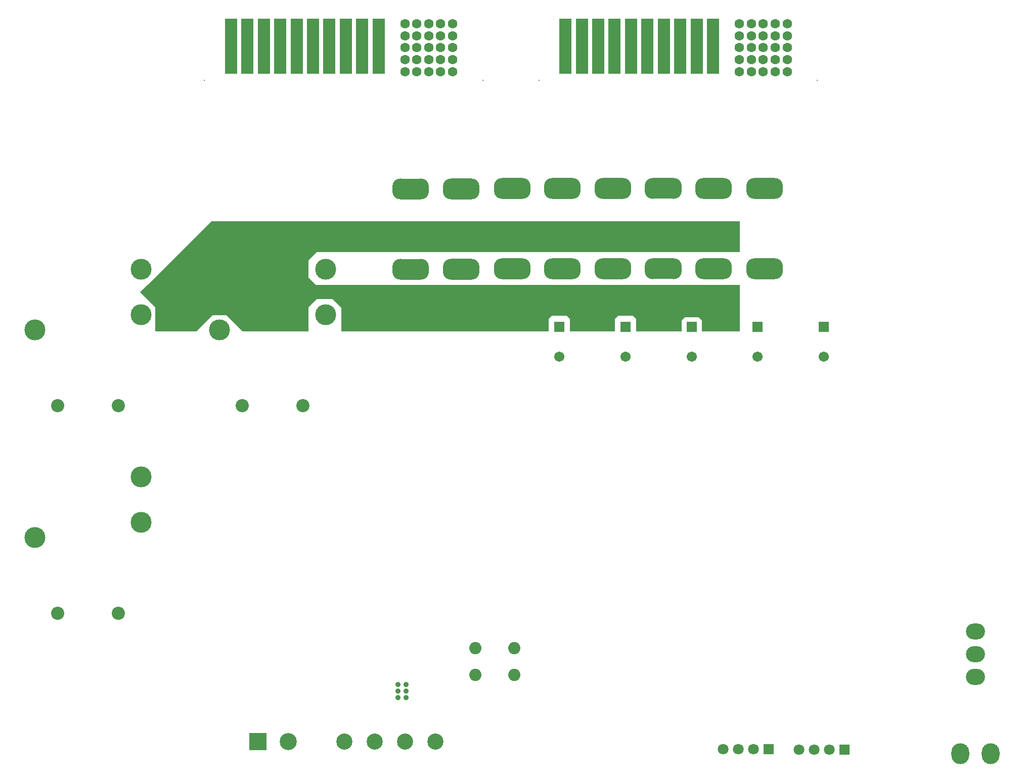
<source format=gbs>
G04*
G04 #@! TF.GenerationSoftware,Altium Limited,Altium Designer,21.2.2 (38)*
G04*
G04 Layer_Color=16711935*
%FSLAX25Y25*%
%MOIN*%
G70*
G04*
G04 #@! TF.SameCoordinates,F28A5215-CE45-4803-9B4C-17DA2ED16A0E*
G04*
G04*
G04 #@! TF.FilePolarity,Negative*
G04*
G01*
G75*
%ADD76C,0.06706*%
%ADD77R,0.06706X0.06706*%
%ADD78O,0.11824X0.13792*%
%ADD79O,0.12611X0.10642*%
%ADD80C,0.08674*%
%ADD81C,0.13792*%
%ADD82C,0.07099*%
%ADD83R,0.07099X0.07099*%
%ADD84C,0.08083*%
%ADD85C,0.10642*%
%ADD86C,0.11233*%
%ADD87R,0.11233X0.11233*%
%ADD88O,0.10800X0.13800*%
%ADD89R,0.07887X0.07099*%
%ADD90C,0.00800*%
%ADD91C,0.06312*%
%ADD92C,0.03556*%
G36*
X520525Y404142D02*
X520576Y404131D01*
X520626Y404114D01*
X520673Y404091D01*
X520716Y404062D01*
X520756Y404028D01*
X520790Y403988D01*
X520820Y403944D01*
X520843Y403897D01*
X520860Y403848D01*
X520870Y403796D01*
X520873Y403744D01*
Y390744D01*
X520870Y390692D01*
X520860Y390640D01*
X520843Y390591D01*
X520820Y390544D01*
X520790Y390500D01*
X520756Y390461D01*
X520716Y390426D01*
X520673Y390397D01*
X520626Y390374D01*
X520576Y390357D01*
X520525Y390347D01*
X520472Y390343D01*
X507072D01*
X507020Y390347D01*
X506969Y390357D01*
X506919Y390374D01*
X506872Y390397D01*
X506828Y390426D01*
X506789Y390461D01*
X506754Y390500D01*
X506725Y390544D01*
X506702Y390591D01*
X506685Y390640D01*
X506675Y390692D01*
X506672Y390744D01*
Y390844D01*
Y403744D01*
X506675Y403796D01*
X506685Y403848D01*
X506702Y403897D01*
X506725Y403944D01*
X506754Y403988D01*
X506789Y404028D01*
X506828Y404062D01*
X506872Y404091D01*
X506919Y404114D01*
X506969Y404131D01*
X507020Y404142D01*
X507072Y404145D01*
X520472D01*
X520525Y404142D01*
D02*
G37*
G36*
X587454Y403992D02*
X587505Y403982D01*
X587555Y403965D01*
X587602Y403942D01*
X587646Y403912D01*
X587685Y403878D01*
X587720Y403838D01*
X587749Y403795D01*
X587772Y403748D01*
X587789Y403698D01*
X587799Y403647D01*
X587802Y403594D01*
Y390595D01*
X587799Y390542D01*
X587789Y390491D01*
X587772Y390441D01*
X587749Y390394D01*
X587720Y390351D01*
X587685Y390311D01*
X587646Y390277D01*
X587602Y390247D01*
X587555Y390224D01*
X587505Y390207D01*
X587454Y390197D01*
X587402Y390194D01*
X574002D01*
X573949Y390197D01*
X573898Y390207D01*
X573848Y390224D01*
X573801Y390247D01*
X573758Y390277D01*
X573718Y390311D01*
X573684Y390351D01*
X573654Y390394D01*
X573631Y390441D01*
X573614Y390491D01*
X573604Y390542D01*
X573601Y390595D01*
Y390694D01*
Y403594D01*
X573604Y403647D01*
X573614Y403698D01*
X573631Y403748D01*
X573654Y403795D01*
X573684Y403838D01*
X573718Y403878D01*
X573758Y403912D01*
X573801Y403942D01*
X573848Y403965D01*
X573898Y403982D01*
X573949Y403992D01*
X574002Y403995D01*
X587402D01*
X587454Y403992D01*
D02*
G37*
G36*
X553596Y403992D02*
X553647Y403982D01*
X553697Y403965D01*
X553744Y403942D01*
X553787Y403912D01*
X553827Y403878D01*
X553861Y403838D01*
X553891Y403795D01*
X553914Y403748D01*
X553931Y403698D01*
X553941Y403647D01*
X553944Y403594D01*
Y390595D01*
X553941Y390542D01*
X553931Y390491D01*
X553914Y390441D01*
X553891Y390394D01*
X553861Y390351D01*
X553827Y390311D01*
X553787Y390277D01*
X553744Y390247D01*
X553697Y390224D01*
X553647Y390207D01*
X553596Y390197D01*
X553543Y390194D01*
X540143D01*
X540091Y390197D01*
X540040Y390207D01*
X539990Y390224D01*
X539943Y390247D01*
X539899Y390277D01*
X539860Y390311D01*
X539825Y390351D01*
X539796Y390394D01*
X539773Y390441D01*
X539756Y390491D01*
X539746Y390542D01*
X539743Y390595D01*
Y390694D01*
Y403594D01*
X539746Y403647D01*
X539756Y403698D01*
X539773Y403748D01*
X539796Y403795D01*
X539825Y403838D01*
X539860Y403878D01*
X539899Y403912D01*
X539943Y403942D01*
X539990Y403965D01*
X540040Y403982D01*
X540091Y403992D01*
X540143Y403995D01*
X553543D01*
X553596Y403992D01*
D02*
G37*
G36*
X487468D02*
X487520Y403982D01*
X487569Y403965D01*
X487616Y403942D01*
X487660Y403912D01*
X487699Y403878D01*
X487734Y403838D01*
X487763Y403795D01*
X487786Y403748D01*
X487803Y403698D01*
X487813Y403647D01*
X487817Y403594D01*
Y390595D01*
X487813Y390542D01*
X487803Y390491D01*
X487786Y390441D01*
X487763Y390394D01*
X487734Y390351D01*
X487699Y390311D01*
X487660Y390277D01*
X487616Y390247D01*
X487569Y390224D01*
X487520Y390207D01*
X487468Y390197D01*
X487416Y390194D01*
X474016D01*
X473963Y390197D01*
X473912Y390207D01*
X473862Y390224D01*
X473815Y390247D01*
X473772Y390277D01*
X473732Y390311D01*
X473698Y390351D01*
X473669Y390394D01*
X473645Y390441D01*
X473629Y390491D01*
X473618Y390542D01*
X473615Y390595D01*
Y390694D01*
Y403594D01*
X473618Y403647D01*
X473629Y403698D01*
X473645Y403748D01*
X473669Y403795D01*
X473698Y403838D01*
X473732Y403878D01*
X473772Y403912D01*
X473815Y403942D01*
X473862Y403965D01*
X473912Y403982D01*
X473963Y403992D01*
X474016Y403995D01*
X487416D01*
X487468Y403992D01*
D02*
G37*
G36*
X453989D02*
X454041Y403982D01*
X454090Y403965D01*
X454137Y403942D01*
X454181Y403912D01*
X454220Y403878D01*
X454255Y403838D01*
X454284Y403795D01*
X454307Y403748D01*
X454324Y403698D01*
X454334Y403647D01*
X454338Y403594D01*
Y390595D01*
X454334Y390542D01*
X454324Y390491D01*
X454307Y390441D01*
X454284Y390394D01*
X454255Y390351D01*
X454220Y390311D01*
X454181Y390277D01*
X454137Y390247D01*
X454090Y390224D01*
X454041Y390207D01*
X453989Y390197D01*
X453937Y390194D01*
X440537D01*
X440485Y390197D01*
X440433Y390207D01*
X440384Y390224D01*
X440337Y390247D01*
X440293Y390277D01*
X440254Y390311D01*
X440219Y390351D01*
X440190Y390394D01*
X440167Y390441D01*
X440150Y390491D01*
X440140Y390542D01*
X440136Y390595D01*
Y390694D01*
Y403594D01*
X440140Y403647D01*
X440150Y403698D01*
X440167Y403748D01*
X440190Y403795D01*
X440219Y403838D01*
X440254Y403878D01*
X440293Y403912D01*
X440337Y403942D01*
X440384Y403965D01*
X440433Y403982D01*
X440485Y403992D01*
X440537Y403995D01*
X453937D01*
X453989Y403992D01*
D02*
G37*
G36*
X420933D02*
X420984Y403982D01*
X421034Y403965D01*
X421081Y403942D01*
X421124Y403912D01*
X421164Y403878D01*
X421198Y403838D01*
X421228Y403795D01*
X421251Y403748D01*
X421268Y403698D01*
X421278Y403647D01*
X421281Y403594D01*
Y390595D01*
X421278Y390542D01*
X421268Y390491D01*
X421251Y390441D01*
X421228Y390394D01*
X421198Y390351D01*
X421164Y390311D01*
X421124Y390277D01*
X421081Y390247D01*
X421034Y390224D01*
X420984Y390207D01*
X420933Y390197D01*
X420880Y390194D01*
X407480D01*
X407428Y390197D01*
X407377Y390207D01*
X407327Y390224D01*
X407280Y390247D01*
X407236Y390277D01*
X407197Y390311D01*
X407162Y390351D01*
X407133Y390394D01*
X407110Y390441D01*
X407093Y390491D01*
X407083Y390542D01*
X407079Y390595D01*
Y390694D01*
Y403594D01*
X407083Y403647D01*
X407093Y403698D01*
X407110Y403748D01*
X407133Y403795D01*
X407162Y403838D01*
X407197Y403878D01*
X407236Y403912D01*
X407280Y403942D01*
X407327Y403965D01*
X407377Y403982D01*
X407428Y403992D01*
X407480Y403995D01*
X420880D01*
X420933Y403992D01*
D02*
G37*
G36*
X387454Y403748D02*
X387505Y403738D01*
X387555Y403721D01*
X387602Y403697D01*
X387646Y403668D01*
X387685Y403634D01*
X387720Y403594D01*
X387749Y403551D01*
X387772Y403504D01*
X387789Y403454D01*
X387799Y403403D01*
X387802Y403350D01*
Y390350D01*
X387799Y390298D01*
X387789Y390247D01*
X387772Y390197D01*
X387749Y390150D01*
X387720Y390106D01*
X387685Y390067D01*
X387646Y390032D01*
X387602Y390003D01*
X387555Y389980D01*
X387505Y389963D01*
X387454Y389953D01*
X387402Y389949D01*
X374002D01*
X373949Y389953D01*
X373898Y389963D01*
X373848Y389980D01*
X373801Y390003D01*
X373758Y390032D01*
X373718Y390067D01*
X373684Y390106D01*
X373654Y390150D01*
X373631Y390197D01*
X373614Y390247D01*
X373604Y390298D01*
X373601Y390350D01*
Y390450D01*
Y403350D01*
X373604Y403403D01*
X373614Y403454D01*
X373631Y403504D01*
X373654Y403551D01*
X373684Y403594D01*
X373718Y403634D01*
X373758Y403668D01*
X373801Y403697D01*
X373848Y403721D01*
X373898Y403738D01*
X373949Y403748D01*
X374002Y403751D01*
X387402D01*
X387454Y403748D01*
D02*
G37*
G36*
X354004Y403598D02*
X354055Y403588D01*
X354105Y403571D01*
X354152Y403548D01*
X354195Y403519D01*
X354235Y403484D01*
X354269Y403445D01*
X354298Y403401D01*
X354322Y403354D01*
X354338Y403304D01*
X354349Y403253D01*
X354352Y403201D01*
Y390201D01*
X354349Y390148D01*
X354338Y390097D01*
X354322Y390047D01*
X354298Y390000D01*
X354269Y389957D01*
X354235Y389917D01*
X354195Y389883D01*
X354152Y389854D01*
X354105Y389830D01*
X354055Y389814D01*
X354004Y389803D01*
X353951Y389800D01*
X340551D01*
X340499Y389803D01*
X340447Y389814D01*
X340398Y389830D01*
X340351Y389854D01*
X340307Y389883D01*
X340268Y389917D01*
X340233Y389957D01*
X340204Y390000D01*
X340181Y390047D01*
X340164Y390097D01*
X340154Y390148D01*
X340150Y390201D01*
Y390301D01*
Y403201D01*
X340154Y403253D01*
X340164Y403304D01*
X340181Y403354D01*
X340204Y403401D01*
X340233Y403445D01*
X340268Y403484D01*
X340307Y403519D01*
X340351Y403548D01*
X340398Y403571D01*
X340447Y403588D01*
X340499Y403598D01*
X340551Y403602D01*
X353951D01*
X354004Y403598D01*
D02*
G37*
G36*
X520525Y351142D02*
X520576Y351131D01*
X520626Y351114D01*
X520673Y351091D01*
X520716Y351062D01*
X520756Y351027D01*
X520790Y350988D01*
X520820Y350944D01*
X520843Y350898D01*
X520860Y350848D01*
X520870Y350796D01*
X520873Y350744D01*
Y337744D01*
X520870Y337692D01*
X520860Y337640D01*
X520843Y337591D01*
X520820Y337544D01*
X520790Y337500D01*
X520756Y337461D01*
X520716Y337426D01*
X520673Y337397D01*
X520626Y337374D01*
X520576Y337357D01*
X520525Y337347D01*
X520472Y337343D01*
X507072D01*
X507020Y337347D01*
X506969Y337357D01*
X506919Y337374D01*
X506872Y337397D01*
X506828Y337426D01*
X506789Y337461D01*
X506754Y337500D01*
X506725Y337544D01*
X506702Y337591D01*
X506685Y337640D01*
X506675Y337692D01*
X506672Y337744D01*
Y337844D01*
Y350744D01*
X506675Y350796D01*
X506685Y350848D01*
X506702Y350898D01*
X506725Y350944D01*
X506754Y350988D01*
X506789Y351027D01*
X506828Y351062D01*
X506872Y351091D01*
X506919Y351114D01*
X506969Y351131D01*
X507020Y351142D01*
X507072Y351145D01*
X520472D01*
X520525Y351142D01*
D02*
G37*
G36*
X587454Y350992D02*
X587505Y350982D01*
X587555Y350965D01*
X587602Y350942D01*
X587646Y350912D01*
X587685Y350878D01*
X587720Y350838D01*
X587749Y350795D01*
X587772Y350748D01*
X587789Y350698D01*
X587799Y350647D01*
X587802Y350594D01*
Y337595D01*
X587799Y337542D01*
X587789Y337491D01*
X587772Y337441D01*
X587749Y337394D01*
X587720Y337351D01*
X587685Y337311D01*
X587646Y337277D01*
X587602Y337247D01*
X587555Y337224D01*
X587505Y337207D01*
X587454Y337197D01*
X587402Y337194D01*
X574002D01*
X573949Y337197D01*
X573898Y337207D01*
X573848Y337224D01*
X573801Y337247D01*
X573758Y337277D01*
X573718Y337311D01*
X573684Y337351D01*
X573654Y337394D01*
X573631Y337441D01*
X573614Y337491D01*
X573604Y337542D01*
X573601Y337595D01*
Y337695D01*
Y350594D01*
X573604Y350647D01*
X573614Y350698D01*
X573631Y350748D01*
X573654Y350795D01*
X573684Y350838D01*
X573718Y350878D01*
X573758Y350912D01*
X573801Y350942D01*
X573848Y350965D01*
X573898Y350982D01*
X573949Y350992D01*
X574002Y350995D01*
X587402D01*
X587454Y350992D01*
D02*
G37*
G36*
X553596Y350992D02*
X553647Y350982D01*
X553697Y350965D01*
X553744Y350942D01*
X553787Y350912D01*
X553827Y350878D01*
X553861Y350838D01*
X553891Y350795D01*
X553914Y350748D01*
X553931Y350698D01*
X553941Y350647D01*
X553944Y350594D01*
Y337595D01*
X553941Y337542D01*
X553931Y337491D01*
X553914Y337441D01*
X553891Y337394D01*
X553861Y337351D01*
X553827Y337311D01*
X553787Y337277D01*
X553744Y337247D01*
X553697Y337224D01*
X553647Y337207D01*
X553596Y337197D01*
X553543Y337194D01*
X540143D01*
X540091Y337197D01*
X540040Y337207D01*
X539990Y337224D01*
X539943Y337247D01*
X539899Y337277D01*
X539860Y337311D01*
X539825Y337351D01*
X539796Y337394D01*
X539773Y337441D01*
X539756Y337491D01*
X539746Y337542D01*
X539743Y337595D01*
Y337695D01*
Y350594D01*
X539746Y350647D01*
X539756Y350698D01*
X539773Y350748D01*
X539796Y350795D01*
X539825Y350838D01*
X539860Y350878D01*
X539899Y350912D01*
X539943Y350942D01*
X539990Y350965D01*
X540040Y350982D01*
X540091Y350992D01*
X540143Y350995D01*
X553543D01*
X553596Y350992D01*
D02*
G37*
G36*
X487468D02*
X487520Y350982D01*
X487569Y350965D01*
X487616Y350942D01*
X487660Y350912D01*
X487699Y350878D01*
X487734Y350838D01*
X487763Y350795D01*
X487786Y350748D01*
X487803Y350698D01*
X487813Y350647D01*
X487817Y350594D01*
Y337595D01*
X487813Y337542D01*
X487803Y337491D01*
X487786Y337441D01*
X487763Y337394D01*
X487734Y337351D01*
X487699Y337311D01*
X487660Y337277D01*
X487616Y337247D01*
X487569Y337224D01*
X487520Y337207D01*
X487468Y337197D01*
X487416Y337194D01*
X474016D01*
X473963Y337197D01*
X473912Y337207D01*
X473862Y337224D01*
X473815Y337247D01*
X473772Y337277D01*
X473732Y337311D01*
X473698Y337351D01*
X473669Y337394D01*
X473645Y337441D01*
X473629Y337491D01*
X473618Y337542D01*
X473615Y337595D01*
Y337695D01*
Y350594D01*
X473618Y350647D01*
X473629Y350698D01*
X473645Y350748D01*
X473669Y350795D01*
X473698Y350838D01*
X473732Y350878D01*
X473772Y350912D01*
X473815Y350942D01*
X473862Y350965D01*
X473912Y350982D01*
X473963Y350992D01*
X474016Y350995D01*
X487416D01*
X487468Y350992D01*
D02*
G37*
G36*
X453989D02*
X454041Y350982D01*
X454090Y350965D01*
X454137Y350942D01*
X454181Y350912D01*
X454220Y350878D01*
X454255Y350838D01*
X454284Y350795D01*
X454307Y350748D01*
X454324Y350698D01*
X454334Y350647D01*
X454338Y350594D01*
Y337595D01*
X454334Y337542D01*
X454324Y337491D01*
X454307Y337441D01*
X454284Y337394D01*
X454255Y337351D01*
X454220Y337311D01*
X454181Y337277D01*
X454137Y337247D01*
X454090Y337224D01*
X454041Y337207D01*
X453989Y337197D01*
X453937Y337194D01*
X440537D01*
X440485Y337197D01*
X440433Y337207D01*
X440384Y337224D01*
X440337Y337247D01*
X440293Y337277D01*
X440254Y337311D01*
X440219Y337351D01*
X440190Y337394D01*
X440167Y337441D01*
X440150Y337491D01*
X440140Y337542D01*
X440136Y337595D01*
Y337695D01*
Y350594D01*
X440140Y350647D01*
X440150Y350698D01*
X440167Y350748D01*
X440190Y350795D01*
X440219Y350838D01*
X440254Y350878D01*
X440293Y350912D01*
X440337Y350942D01*
X440384Y350965D01*
X440433Y350982D01*
X440485Y350992D01*
X440537Y350995D01*
X453937D01*
X453989Y350992D01*
D02*
G37*
G36*
X420933D02*
X420984Y350982D01*
X421034Y350965D01*
X421081Y350942D01*
X421124Y350912D01*
X421164Y350878D01*
X421198Y350838D01*
X421228Y350795D01*
X421251Y350748D01*
X421268Y350698D01*
X421278Y350647D01*
X421281Y350594D01*
Y337595D01*
X421278Y337542D01*
X421268Y337491D01*
X421251Y337441D01*
X421228Y337394D01*
X421198Y337351D01*
X421164Y337311D01*
X421124Y337277D01*
X421081Y337247D01*
X421034Y337224D01*
X420984Y337207D01*
X420933Y337197D01*
X420880Y337194D01*
X407480D01*
X407428Y337197D01*
X407377Y337207D01*
X407327Y337224D01*
X407280Y337247D01*
X407236Y337277D01*
X407197Y337311D01*
X407162Y337351D01*
X407133Y337394D01*
X407110Y337441D01*
X407093Y337491D01*
X407083Y337542D01*
X407079Y337595D01*
Y337695D01*
Y350594D01*
X407083Y350647D01*
X407093Y350698D01*
X407110Y350748D01*
X407133Y350795D01*
X407162Y350838D01*
X407197Y350878D01*
X407236Y350912D01*
X407280Y350942D01*
X407327Y350965D01*
X407377Y350982D01*
X407428Y350992D01*
X407480Y350995D01*
X420880D01*
X420933Y350992D01*
D02*
G37*
G36*
X387454Y350748D02*
X387505Y350738D01*
X387555Y350721D01*
X387602Y350697D01*
X387646Y350668D01*
X387685Y350634D01*
X387720Y350594D01*
X387749Y350551D01*
X387772Y350504D01*
X387789Y350454D01*
X387799Y350403D01*
X387802Y350350D01*
Y337350D01*
X387799Y337298D01*
X387789Y337247D01*
X387772Y337197D01*
X387749Y337150D01*
X387720Y337106D01*
X387685Y337067D01*
X387646Y337032D01*
X387602Y337003D01*
X387555Y336980D01*
X387505Y336963D01*
X387454Y336953D01*
X387402Y336949D01*
X374002D01*
X373949Y336953D01*
X373898Y336963D01*
X373848Y336980D01*
X373801Y337003D01*
X373758Y337032D01*
X373718Y337067D01*
X373684Y337106D01*
X373654Y337150D01*
X373631Y337197D01*
X373614Y337247D01*
X373604Y337298D01*
X373601Y337350D01*
Y337450D01*
Y350350D01*
X373604Y350403D01*
X373614Y350454D01*
X373631Y350504D01*
X373654Y350551D01*
X373684Y350594D01*
X373718Y350634D01*
X373758Y350668D01*
X373801Y350697D01*
X373848Y350721D01*
X373898Y350738D01*
X373949Y350748D01*
X374002Y350751D01*
X387402D01*
X387454Y350748D01*
D02*
G37*
G36*
X354004Y350598D02*
X354055Y350588D01*
X354105Y350571D01*
X354152Y350548D01*
X354195Y350519D01*
X354235Y350484D01*
X354269Y350445D01*
X354298Y350401D01*
X354322Y350354D01*
X354338Y350305D01*
X354349Y350253D01*
X354352Y350201D01*
Y337201D01*
X354349Y337148D01*
X354338Y337097D01*
X354322Y337047D01*
X354298Y337000D01*
X354269Y336957D01*
X354235Y336917D01*
X354195Y336883D01*
X354152Y336854D01*
X354105Y336830D01*
X354055Y336814D01*
X354004Y336803D01*
X353951Y336800D01*
X340551D01*
X340499Y336803D01*
X340447Y336814D01*
X340398Y336830D01*
X340351Y336854D01*
X340307Y336883D01*
X340268Y336917D01*
X340233Y336957D01*
X340204Y337000D01*
X340181Y337047D01*
X340164Y337097D01*
X340154Y337148D01*
X340150Y337201D01*
Y337301D01*
Y350201D01*
X340154Y350253D01*
X340164Y350305D01*
X340181Y350354D01*
X340204Y350401D01*
X340233Y350445D01*
X340268Y350484D01*
X340307Y350519D01*
X340351Y350548D01*
X340398Y350571D01*
X340447Y350588D01*
X340499Y350598D01*
X340551Y350602D01*
X353951D01*
X354004Y350598D01*
D02*
G37*
G36*
X564173Y355118D02*
X285236D01*
X279921Y349803D01*
X279921Y338583D01*
X285039Y333465D01*
X308268Y333465D01*
X564173Y333465D01*
X564173Y302756D01*
X539173Y302756D01*
X539173Y310236D01*
X537205Y312205D01*
X527953Y312205D01*
X525984Y310236D01*
X525984Y302756D01*
X496063Y302756D01*
X496063Y311221D01*
X494095Y313189D01*
X483858Y313189D01*
X481890Y311221D01*
Y302756D01*
X452362Y302756D01*
X452362Y311220D01*
X450394Y313189D01*
X440158Y313189D01*
X438189Y311221D01*
X438189Y302756D01*
X301575Y302756D01*
Y318504D01*
X296063Y324016D01*
X285236Y324016D01*
X279921Y318701D01*
X279921Y302756D01*
X264961D01*
X236614Y302756D01*
X225984Y313386D01*
X216535Y313386D01*
X205906Y302756D01*
X179134Y302756D01*
X179134Y318898D01*
X169095Y328937D01*
X173622Y333465D01*
X173819D01*
X215945Y375590D01*
X278937D01*
Y375590D01*
X564173D01*
Y355118D01*
D02*
G37*
D76*
X619685Y286221D02*
D03*
X576083D02*
D03*
X532480D02*
D03*
X488878D02*
D03*
X445276D02*
D03*
D77*
X619685Y305906D02*
D03*
X576083D02*
D03*
X532480D02*
D03*
X488878D02*
D03*
X445276D02*
D03*
D78*
X709646Y24016D02*
D03*
X729724D02*
D03*
D79*
X719685Y74724D02*
D03*
Y89724D02*
D03*
Y104724D02*
D03*
D80*
X276260Y253937D02*
D03*
X236260D02*
D03*
X114606Y116929D02*
D03*
X154606D02*
D03*
X114606Y253937D02*
D03*
X154606D02*
D03*
D81*
X221260Y303937D02*
D03*
X291260Y313937D02*
D03*
Y343937D02*
D03*
X169606Y206929D02*
D03*
Y176929D02*
D03*
X99606Y166929D02*
D03*
X169606Y343937D02*
D03*
Y313937D02*
D03*
X99606Y303937D02*
D03*
D82*
X553465Y27165D02*
D03*
X573465D02*
D03*
X563465D02*
D03*
X603150Y26969D02*
D03*
X623150D02*
D03*
X613150D02*
D03*
D83*
X583465Y27165D02*
D03*
X633150Y26969D02*
D03*
D84*
X389961Y76181D02*
D03*
Y93898D02*
D03*
X415551Y76181D02*
D03*
Y93898D02*
D03*
D85*
X303504Y32283D02*
D03*
X323504D02*
D03*
X343504D02*
D03*
X363504D02*
D03*
D86*
X266653D02*
D03*
D87*
X246654D02*
D03*
D88*
X553543Y344094D02*
D03*
X540143D02*
D03*
X553543Y397094D02*
D03*
X540143D02*
D03*
X574002Y397094D02*
D03*
X587402D02*
D03*
X574002Y344094D02*
D03*
X587402D02*
D03*
X340551Y396701D02*
D03*
X353951D02*
D03*
X340551Y343701D02*
D03*
X353951D02*
D03*
X374002Y396850D02*
D03*
X387402D02*
D03*
X374002Y343850D02*
D03*
X387402D02*
D03*
X407480Y397094D02*
D03*
X420880D02*
D03*
X407480Y344094D02*
D03*
X420880D02*
D03*
X440537Y397094D02*
D03*
X453937D02*
D03*
X440537Y344094D02*
D03*
X453937D02*
D03*
X474016Y397094D02*
D03*
X487416D02*
D03*
X474016Y344094D02*
D03*
X487416D02*
D03*
X507072Y397244D02*
D03*
X520472D02*
D03*
X507072Y344244D02*
D03*
X520472D02*
D03*
D89*
X525098Y482185D02*
D03*
X449311Y476279D02*
D03*
X481791D02*
D03*
X514272D02*
D03*
X449311Y482185D02*
D03*
X481791D02*
D03*
X514272D02*
D03*
X449311Y488091D02*
D03*
X481791D02*
D03*
X514272D02*
D03*
X449311Y493996D02*
D03*
X481791D02*
D03*
X514272D02*
D03*
X449311Y499902D02*
D03*
X481791D02*
D03*
X514272D02*
D03*
X449311Y505807D02*
D03*
X481791D02*
D03*
X514272D02*
D03*
X546752Y476279D02*
D03*
X525098D02*
D03*
X535925D02*
D03*
X492618D02*
D03*
X503445D02*
D03*
X460138D02*
D03*
X470965D02*
D03*
X546752Y482185D02*
D03*
Y488091D02*
D03*
Y493996D02*
D03*
Y499902D02*
D03*
Y505807D02*
D03*
X535925Y482185D02*
D03*
X525098Y488091D02*
D03*
X535925D02*
D03*
X525098Y493996D02*
D03*
X535925D02*
D03*
X525098Y499902D02*
D03*
X535925D02*
D03*
X525098Y505807D02*
D03*
X535925D02*
D03*
X492618Y482185D02*
D03*
X503445D02*
D03*
X492618Y488091D02*
D03*
X503445D02*
D03*
X492618Y493996D02*
D03*
X503445D02*
D03*
X492618Y499902D02*
D03*
X503445D02*
D03*
X492618Y505807D02*
D03*
X503445D02*
D03*
X460138Y482185D02*
D03*
X470965D02*
D03*
X460138Y488091D02*
D03*
X470965D02*
D03*
X460138Y493996D02*
D03*
X470965D02*
D03*
X460138Y499902D02*
D03*
X470965D02*
D03*
X460138Y505807D02*
D03*
X470965D02*
D03*
X304626Y482185D02*
D03*
X228839Y476279D02*
D03*
X261319D02*
D03*
X293799D02*
D03*
X228839Y482185D02*
D03*
X261319D02*
D03*
X293799D02*
D03*
X228839Y488091D02*
D03*
X261319D02*
D03*
X293799D02*
D03*
X228839Y493996D02*
D03*
X261319D02*
D03*
X293799D02*
D03*
X228839Y499902D02*
D03*
X261319D02*
D03*
X293799D02*
D03*
X228839Y505807D02*
D03*
X261319D02*
D03*
X293799D02*
D03*
X326279Y476279D02*
D03*
X304626D02*
D03*
X315453D02*
D03*
X272146D02*
D03*
X282972D02*
D03*
X239665D02*
D03*
X250492D02*
D03*
X326279Y482185D02*
D03*
Y488091D02*
D03*
Y493996D02*
D03*
Y499902D02*
D03*
Y505807D02*
D03*
X315453Y482185D02*
D03*
X304626Y488091D02*
D03*
X315453D02*
D03*
X304626Y493996D02*
D03*
X315453D02*
D03*
X304626Y499902D02*
D03*
X315453D02*
D03*
X304626Y505807D02*
D03*
X315453D02*
D03*
X272146Y482185D02*
D03*
X282972D02*
D03*
X272146Y488091D02*
D03*
X282972D02*
D03*
X272146Y493996D02*
D03*
X282972D02*
D03*
X272146Y499902D02*
D03*
X282972D02*
D03*
X272146Y505807D02*
D03*
X282972D02*
D03*
X239665Y482185D02*
D03*
X250492D02*
D03*
X239665Y488091D02*
D03*
X250492D02*
D03*
X239665Y493996D02*
D03*
X250492D02*
D03*
X239665Y499902D02*
D03*
X250492D02*
D03*
X239665Y505807D02*
D03*
X250492D02*
D03*
D90*
X431890Y468602D02*
D03*
X615354D02*
D03*
X211417D02*
D03*
X394882D02*
D03*
D91*
X563976Y505807D02*
D03*
Y497933D02*
D03*
Y490059D02*
D03*
Y482185D02*
D03*
Y474311D02*
D03*
X571850Y505807D02*
D03*
Y497933D02*
D03*
Y490059D02*
D03*
Y482185D02*
D03*
Y474311D02*
D03*
X579724Y505807D02*
D03*
Y497933D02*
D03*
Y490059D02*
D03*
Y482185D02*
D03*
Y474311D02*
D03*
X587598Y505807D02*
D03*
Y497933D02*
D03*
Y490059D02*
D03*
Y482185D02*
D03*
Y474311D02*
D03*
X595472Y505807D02*
D03*
Y497933D02*
D03*
Y490059D02*
D03*
Y482185D02*
D03*
Y474311D02*
D03*
X343504Y505807D02*
D03*
Y497933D02*
D03*
Y490059D02*
D03*
Y482185D02*
D03*
Y474311D02*
D03*
X351378Y505807D02*
D03*
Y497933D02*
D03*
Y490059D02*
D03*
Y482185D02*
D03*
Y474311D02*
D03*
X359252Y505807D02*
D03*
Y497933D02*
D03*
Y490059D02*
D03*
Y482185D02*
D03*
Y474311D02*
D03*
X367126Y505807D02*
D03*
Y497933D02*
D03*
Y490059D02*
D03*
Y482185D02*
D03*
Y474311D02*
D03*
X375000Y505807D02*
D03*
Y497933D02*
D03*
Y490059D02*
D03*
Y482185D02*
D03*
Y474311D02*
D03*
D92*
X344390Y69744D02*
D03*
X338878D02*
D03*
Y65413D02*
D03*
X344390D02*
D03*
Y61083D02*
D03*
X338878D02*
D03*
M02*

</source>
